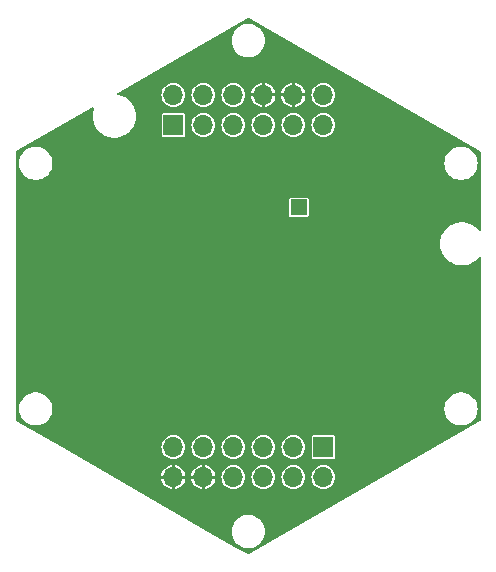
<source format=gbr>
%TF.GenerationSoftware,KiCad,Pcbnew,7.0.5*%
%TF.CreationDate,2024-01-26T22:43:11-05:00*%
%TF.ProjectId,SCD30_ADAPTER,53434433-305f-4414-9441-505445522e6b,rev?*%
%TF.SameCoordinates,Original*%
%TF.FileFunction,Copper,L2,Bot*%
%TF.FilePolarity,Positive*%
%FSLAX46Y46*%
G04 Gerber Fmt 4.6, Leading zero omitted, Abs format (unit mm)*
G04 Created by KiCad (PCBNEW 7.0.5) date 2024-01-26 22:43:11*
%MOMM*%
%LPD*%
G01*
G04 APERTURE LIST*
%TA.AperFunction,ComponentPad*%
%ADD10R,1.350000X1.350000*%
%TD*%
%TA.AperFunction,ComponentPad*%
%ADD11R,1.700000X1.700000*%
%TD*%
%TA.AperFunction,ComponentPad*%
%ADD12O,1.700000X1.700000*%
%TD*%
%TA.AperFunction,ViaPad*%
%ADD13C,0.660400*%
%TD*%
G04 APERTURE END LIST*
D10*
%TO.P,J4,1*%
%TO.N,Net-(J3-Pad4)*%
X154430000Y-93448621D03*
%TD*%
D11*
%TO.P,J1,1,Pin_1*%
%TO.N,/VBAT*%
X143810000Y-86465599D03*
D12*
%TO.P,J1,2,Pin_2*%
%TO.N,/D8*%
X143810000Y-83925599D03*
%TO.P,J1,3,Pin_3*%
%TO.N,/A5*%
X146350000Y-86465599D03*
%TO.P,J1,4,Pin_4*%
%TO.N,/A3*%
X146350000Y-83925599D03*
%TO.P,J1,5,Pin_5*%
%TO.N,/VBUS*%
X148890000Y-86465599D03*
%TO.P,J1,6,Pin_6*%
%TO.N,/A2*%
X148890000Y-83925599D03*
%TO.P,J1,7,Pin_7*%
%TO.N,/RXD*%
X151430000Y-86465599D03*
%TO.P,J1,8,Pin_8*%
%TO.N,GND*%
X151430000Y-83925599D03*
%TO.P,J1,9,Pin_9*%
%TO.N,/BURN_EN*%
X153970000Y-86465599D03*
%TO.P,J1,10,Pin_10*%
%TO.N,GND*%
X153970000Y-83925599D03*
%TO.P,J1,11,Pin_11*%
%TO.N,/SDA*%
X156510000Y-86465599D03*
%TO.P,J1,12,Pin_12*%
%TO.N,/SCL*%
X156510000Y-83925599D03*
%TD*%
D11*
%TO.P,J2,1,Pin_1*%
%TO.N,/D12*%
X156510000Y-113743621D03*
D12*
%TO.P,J2,2,Pin_2*%
%TO.N,/D10*%
X156510000Y-116283621D03*
%TO.P,J2,3,Pin_3*%
%TO.N,/MOSI*%
X153970000Y-113743621D03*
%TO.P,J2,4,Pin_4*%
%TO.N,/D1*%
X153970000Y-116283621D03*
%TO.P,J2,5,Pin_5*%
%TO.N,/SCK*%
X151430000Y-113743621D03*
%TO.P,J2,6,Pin_6*%
%TO.N,/D3*%
X151430000Y-116283621D03*
%TO.P,J2,7,Pin_7*%
%TO.N,/D2*%
X148890000Y-113743621D03*
%TO.P,J2,8,Pin_8*%
%TO.N,/A4*%
X148890000Y-116283621D03*
%TO.P,J2,9,Pin_9*%
%TO.N,/MISO*%
X146350000Y-113743621D03*
%TO.P,J2,10,Pin_10*%
%TO.N,GND*%
X146350000Y-116283621D03*
%TO.P,J2,11,Pin_11*%
%TO.N,/BAT_BR*%
X143810000Y-113743621D03*
%TO.P,J2,12,Pin_12*%
%TO.N,GND*%
X143810000Y-116283621D03*
%TD*%
D13*
%TO.N,GND*%
X153160000Y-105198621D03*
X155160000Y-105198621D03*
X158160000Y-99198621D03*
X165160000Y-89198621D03*
X165160000Y-97198621D03*
X165160000Y-95198621D03*
X165160000Y-93198621D03*
X165160000Y-91198621D03*
X159160000Y-85198621D03*
X161160000Y-85198621D03*
X161160000Y-87198621D03*
X163160000Y-87198621D03*
X163160000Y-89198621D03*
X163160000Y-91198621D03*
X163160000Y-93198621D03*
X161160000Y-91198621D03*
X161160000Y-89198621D03*
X158160000Y-89198621D03*
X158160000Y-91198621D03*
X158160000Y-93198621D03*
X161160000Y-93198621D03*
X161160000Y-95198621D03*
X163160000Y-95198621D03*
X163160000Y-97198621D03*
X161160000Y-97198621D03*
X161160000Y-103198621D03*
X161160000Y-101198621D03*
X161160000Y-99198621D03*
X163160000Y-99198621D03*
X163160000Y-101198621D03*
X163160000Y-103198621D03*
X163160000Y-113198621D03*
X163160000Y-111198621D03*
X163160000Y-109198621D03*
X163160000Y-107198621D03*
X163160000Y-105198621D03*
X161160000Y-105198621D03*
X161160000Y-107198621D03*
X161160000Y-109198621D03*
X161160000Y-111198621D03*
X161160000Y-113198621D03*
X161160000Y-115198621D03*
X159160000Y-115198621D03*
X159160000Y-113198621D03*
X159160000Y-111198621D03*
X159160000Y-109198621D03*
X159160000Y-107198621D03*
X157160000Y-107198621D03*
X157160000Y-109198621D03*
X157160000Y-111198621D03*
X155160000Y-111198621D03*
X155160000Y-109198621D03*
X155160000Y-107198621D03*
X153160000Y-107198621D03*
X153160000Y-109198621D03*
X153160000Y-111198621D03*
X151160000Y-111198621D03*
X151160000Y-109198621D03*
X151160000Y-107198621D03*
X149160000Y-99198621D03*
X151160000Y-99198621D03*
X151160000Y-105198621D03*
X151160000Y-103198621D03*
X151160000Y-101198621D03*
X149160000Y-101198621D03*
X149160000Y-103198621D03*
X149160000Y-105198621D03*
X149160000Y-107198621D03*
X149160000Y-109198621D03*
X149160000Y-111198621D03*
X146160000Y-111198621D03*
X146160000Y-109198621D03*
X146160000Y-107198621D03*
X146160000Y-105198621D03*
X146160000Y-103198621D03*
X144160000Y-103198621D03*
X144160000Y-105198621D03*
X144160000Y-107198621D03*
X144160000Y-109198621D03*
X144160000Y-111198621D03*
X140160000Y-115198621D03*
X140160000Y-113198621D03*
X138160000Y-113198621D03*
X136160000Y-113198621D03*
X136160000Y-111198621D03*
X138160000Y-111198621D03*
X140160000Y-111198621D03*
X142160000Y-111198621D03*
X142160000Y-109198621D03*
X140160000Y-109198621D03*
X138160000Y-109198621D03*
X136160000Y-109198621D03*
X136160000Y-105198621D03*
X136160000Y-107198621D03*
X138160000Y-107198621D03*
X138160000Y-105198621D03*
X140160000Y-105198621D03*
X140160000Y-107198621D03*
X142160000Y-107198621D03*
X142160000Y-105198621D03*
X142160000Y-103198621D03*
X142160000Y-101198621D03*
X142160000Y-99198621D03*
X140160000Y-99198621D03*
X140160000Y-101198621D03*
X140160000Y-103198621D03*
X138160000Y-103198621D03*
X138160000Y-101198621D03*
X138160000Y-99198621D03*
X136160000Y-99198621D03*
X136160000Y-101198621D03*
X136160000Y-103198621D03*
X134160000Y-103198621D03*
X134160000Y-105198621D03*
X134160000Y-107198621D03*
X132160000Y-107198621D03*
X132160000Y-105198621D03*
X132160000Y-103198621D03*
X132160000Y-101198621D03*
X134160000Y-101198621D03*
X134160000Y-99198621D03*
X132160000Y-99198621D03*
X132160000Y-93198621D03*
X134160000Y-93198621D03*
X134160000Y-97198621D03*
X132160000Y-97198621D03*
X132160000Y-95198621D03*
X134160000Y-95198621D03*
X136160000Y-95198621D03*
X136160000Y-97198621D03*
X138160000Y-97198621D03*
X138160000Y-95198621D03*
X140160000Y-95198621D03*
X140160000Y-97198621D03*
X142160000Y-97198621D03*
X142160000Y-95198621D03*
X142160000Y-93198621D03*
X140160000Y-93198621D03*
X138160000Y-93198621D03*
X136160000Y-93198621D03*
X136160000Y-89198621D03*
X136160000Y-91198621D03*
X138160000Y-91198621D03*
X138160000Y-89198621D03*
X140160000Y-89198621D03*
X140160000Y-91198621D03*
X142160000Y-91198621D03*
X142160000Y-89198621D03*
X145160000Y-91198621D03*
X145160000Y-93198621D03*
X147160000Y-95198621D03*
X147160000Y-93198621D03*
X147160000Y-91198621D03*
X149160000Y-91198621D03*
X149160000Y-93198621D03*
X149160000Y-95198621D03*
X151160000Y-95198621D03*
X151160000Y-93198621D03*
X151160000Y-91198621D03*
X153160000Y-91198621D03*
X155160000Y-91198621D03*
X155160000Y-89198621D03*
X153160000Y-89198621D03*
X151160000Y-89198621D03*
X149160000Y-89198621D03*
X147160000Y-89198621D03*
X145160000Y-89198621D03*
X152160000Y-118198621D03*
X150160000Y-82198621D03*
X166160000Y-101198621D03*
X166160000Y-105198621D03*
X154160000Y-80198621D03*
X146160000Y-82198621D03*
X146160000Y-80198621D03*
X146160000Y-118198621D03*
X156160000Y-82198621D03*
X166160000Y-103198621D03*
X168160000Y-99198621D03*
X154160000Y-82198621D03*
X166160000Y-99198621D03*
X154160000Y-119698621D03*
X154160000Y-118198621D03*
X148160000Y-82198621D03*
X166160000Y-107198621D03*
X168160000Y-105198621D03*
X144160000Y-82198621D03*
X148160000Y-118198621D03*
X156160000Y-118198621D03*
X146160000Y-119698621D03*
X168160000Y-107198621D03*
X152160000Y-82198621D03*
X150160000Y-118198621D03*
X168160000Y-103198621D03*
X144160000Y-118198621D03*
X168160000Y-101198621D03*
%TD*%
%TA.AperFunction,Conductor*%
%TO.N,GND*%
G36*
X150203946Y-77388502D02*
G01*
X169810750Y-88708494D01*
X169849399Y-88754554D01*
X169854700Y-88784618D01*
X169854700Y-95369390D01*
X169834135Y-95425891D01*
X169782064Y-95455955D01*
X169722850Y-95445514D01*
X169698077Y-95424195D01*
X169581609Y-95278149D01*
X169380989Y-95092001D01*
X169380985Y-95091998D01*
X169380981Y-95091995D01*
X169154863Y-94937830D01*
X169154864Y-94937830D01*
X168908293Y-94819089D01*
X168908290Y-94819088D01*
X168646771Y-94738420D01*
X168646767Y-94738419D01*
X168646766Y-94738419D01*
X168376151Y-94697630D01*
X168376149Y-94697630D01*
X168102471Y-94697630D01*
X168102468Y-94697630D01*
X167831853Y-94738419D01*
X167831850Y-94738419D01*
X167831849Y-94738420D01*
X167701089Y-94778753D01*
X167570326Y-94819089D01*
X167323757Y-94937830D01*
X167097637Y-95091995D01*
X167097628Y-95092003D01*
X166897013Y-95278146D01*
X166726377Y-95492116D01*
X166589536Y-95729131D01*
X166589535Y-95729132D01*
X166489551Y-95983890D01*
X166489549Y-95983895D01*
X166428652Y-96250702D01*
X166428650Y-96250710D01*
X166408199Y-96523618D01*
X166408199Y-96523623D01*
X166428650Y-96796531D01*
X166428651Y-96796534D01*
X166489550Y-97063350D01*
X166516225Y-97131317D01*
X166589535Y-97318109D01*
X166589536Y-97318110D01*
X166726375Y-97555123D01*
X166873023Y-97739012D01*
X166897013Y-97769095D01*
X167097628Y-97955238D01*
X167097637Y-97955246D01*
X167259167Y-98065374D01*
X167323755Y-98109410D01*
X167323757Y-98109411D01*
X167323756Y-98109411D01*
X167539634Y-98213371D01*
X167570330Y-98228154D01*
X167831849Y-98308822D01*
X168102471Y-98349612D01*
X168102476Y-98349612D01*
X168376144Y-98349612D01*
X168376149Y-98349612D01*
X168646771Y-98308822D01*
X168908290Y-98228154D01*
X169154866Y-98109410D01*
X169380989Y-97955241D01*
X169581609Y-97769093D01*
X169698078Y-97623044D01*
X169749383Y-97591694D01*
X169808839Y-97600655D01*
X169848624Y-97645738D01*
X169854700Y-97677851D01*
X169854700Y-111424599D01*
X169834135Y-111481100D01*
X169810750Y-111500723D01*
X150203949Y-122820715D01*
X150144735Y-122831156D01*
X150116049Y-122820715D01*
X149138254Y-122256185D01*
X146770601Y-120889220D01*
X148749884Y-120889220D01*
X148769115Y-121121316D01*
X148769116Y-121121322D01*
X148826286Y-121347080D01*
X148826289Y-121347088D01*
X148897987Y-121510541D01*
X148919840Y-121560361D01*
X148919844Y-121560367D01*
X149047215Y-121755325D01*
X149047216Y-121755327D01*
X149047220Y-121755331D01*
X149204954Y-121926676D01*
X149388740Y-122069722D01*
X149593563Y-122180567D01*
X149813837Y-122256187D01*
X149813839Y-122256187D01*
X149813841Y-122256188D01*
X150043550Y-122294520D01*
X150043554Y-122294520D01*
X150276450Y-122294520D01*
X150506158Y-122256188D01*
X150506158Y-122256187D01*
X150506163Y-122256187D01*
X150726437Y-122180567D01*
X150931260Y-122069722D01*
X151115046Y-121926676D01*
X151272780Y-121755331D01*
X151400160Y-121560361D01*
X151493712Y-121347084D01*
X151550884Y-121121317D01*
X151570116Y-120889220D01*
X151550884Y-120657123D01*
X151550883Y-120657117D01*
X151493713Y-120431359D01*
X151493710Y-120431351D01*
X151400164Y-120218089D01*
X151400160Y-120218079D01*
X151319435Y-120094520D01*
X151272784Y-120023114D01*
X151272783Y-120023112D01*
X151115050Y-119851768D01*
X151115048Y-119851767D01*
X151115046Y-119851764D01*
X150931260Y-119708718D01*
X150726437Y-119597873D01*
X150726433Y-119597871D01*
X150726430Y-119597870D01*
X150506167Y-119522254D01*
X150506158Y-119522251D01*
X150276450Y-119483920D01*
X150276446Y-119483920D01*
X150043554Y-119483920D01*
X150043550Y-119483920D01*
X149813841Y-119522251D01*
X149813832Y-119522254D01*
X149593569Y-119597870D01*
X149388740Y-119708718D01*
X149204949Y-119851768D01*
X149047216Y-120023112D01*
X149047215Y-120023114D01*
X148919844Y-120218072D01*
X148919835Y-120218089D01*
X148826289Y-120431351D01*
X148826286Y-120431359D01*
X148769116Y-120657117D01*
X148769115Y-120657123D01*
X148749884Y-120889220D01*
X146770601Y-120889220D01*
X139013441Y-116410621D01*
X142789735Y-116410621D01*
X142797072Y-116485109D01*
X142855842Y-116678846D01*
X142855844Y-116678849D01*
X142951281Y-116857399D01*
X143079717Y-117013899D01*
X143079721Y-117013903D01*
X143236221Y-117142339D01*
X143414771Y-117237776D01*
X143414774Y-117237778D01*
X143608515Y-117296550D01*
X143683000Y-117303884D01*
X143683000Y-116770502D01*
X143774237Y-116783621D01*
X143845763Y-116783621D01*
X143937000Y-116770502D01*
X143937000Y-117303884D01*
X144011484Y-117296550D01*
X144205225Y-117237778D01*
X144205228Y-117237776D01*
X144383778Y-117142339D01*
X144540278Y-117013903D01*
X144540282Y-117013899D01*
X144668718Y-116857399D01*
X144764155Y-116678849D01*
X144764157Y-116678846D01*
X144822927Y-116485109D01*
X144830265Y-116410621D01*
X145329735Y-116410621D01*
X145337072Y-116485109D01*
X145395842Y-116678846D01*
X145395844Y-116678849D01*
X145491281Y-116857399D01*
X145619717Y-117013899D01*
X145619721Y-117013903D01*
X145776221Y-117142339D01*
X145954771Y-117237776D01*
X145954774Y-117237778D01*
X146148515Y-117296550D01*
X146223000Y-117303884D01*
X146223000Y-116770502D01*
X146314237Y-116783621D01*
X146385763Y-116783621D01*
X146477000Y-116770502D01*
X146477000Y-117303884D01*
X146551484Y-117296550D01*
X146745225Y-117237778D01*
X146745228Y-117237776D01*
X146923778Y-117142339D01*
X147080278Y-117013903D01*
X147080282Y-117013899D01*
X147208718Y-116857399D01*
X147304155Y-116678849D01*
X147304157Y-116678846D01*
X147362927Y-116485109D01*
X147370265Y-116410621D01*
X146833818Y-116410621D01*
X146850000Y-116355510D01*
X146850000Y-116283621D01*
X147882247Y-116283621D01*
X147901612Y-116480230D01*
X147958957Y-116669269D01*
X147958958Y-116669271D01*
X148052084Y-116843499D01*
X148177411Y-116996210D01*
X148330122Y-117121537D01*
X148504350Y-117214663D01*
X148693397Y-117272010D01*
X148890000Y-117291374D01*
X149086603Y-117272010D01*
X149275650Y-117214663D01*
X149449878Y-117121537D01*
X149602589Y-116996210D01*
X149727916Y-116843499D01*
X149821042Y-116669271D01*
X149878389Y-116480224D01*
X149897753Y-116283621D01*
X150422247Y-116283621D01*
X150441612Y-116480230D01*
X150498957Y-116669269D01*
X150498958Y-116669271D01*
X150592084Y-116843499D01*
X150717411Y-116996210D01*
X150870122Y-117121537D01*
X151044350Y-117214663D01*
X151233397Y-117272010D01*
X151430000Y-117291374D01*
X151626603Y-117272010D01*
X151815650Y-117214663D01*
X151989878Y-117121537D01*
X152142589Y-116996210D01*
X152267916Y-116843499D01*
X152361042Y-116669271D01*
X152418389Y-116480224D01*
X152437753Y-116283621D01*
X152962247Y-116283621D01*
X152981612Y-116480230D01*
X153038957Y-116669269D01*
X153038958Y-116669271D01*
X153132084Y-116843499D01*
X153257411Y-116996210D01*
X153410122Y-117121537D01*
X153584350Y-117214663D01*
X153773397Y-117272010D01*
X153970000Y-117291374D01*
X154166603Y-117272010D01*
X154355650Y-117214663D01*
X154529878Y-117121537D01*
X154682589Y-116996210D01*
X154807916Y-116843499D01*
X154901042Y-116669271D01*
X154958389Y-116480224D01*
X154977753Y-116283621D01*
X155502247Y-116283621D01*
X155521612Y-116480230D01*
X155578957Y-116669269D01*
X155578958Y-116669271D01*
X155672084Y-116843499D01*
X155797411Y-116996210D01*
X155950122Y-117121537D01*
X156124350Y-117214663D01*
X156313397Y-117272010D01*
X156510000Y-117291374D01*
X156706603Y-117272010D01*
X156895650Y-117214663D01*
X157069878Y-117121537D01*
X157222589Y-116996210D01*
X157347916Y-116843499D01*
X157441042Y-116669271D01*
X157498389Y-116480224D01*
X157517753Y-116283621D01*
X157498389Y-116087018D01*
X157441042Y-115897971D01*
X157347916Y-115723743D01*
X157222589Y-115571032D01*
X157069878Y-115445705D01*
X156895650Y-115352579D01*
X156895649Y-115352578D01*
X156895648Y-115352578D01*
X156706609Y-115295233D01*
X156706604Y-115295232D01*
X156706603Y-115295232D01*
X156510000Y-115275868D01*
X156509999Y-115275868D01*
X156462657Y-115280530D01*
X156313397Y-115295232D01*
X156313395Y-115295232D01*
X156313390Y-115295233D01*
X156124351Y-115352578D01*
X155950121Y-115445705D01*
X155797413Y-115571030D01*
X155797409Y-115571034D01*
X155672084Y-115723742D01*
X155578957Y-115897972D01*
X155521612Y-116087011D01*
X155502247Y-116283621D01*
X154977753Y-116283621D01*
X154958389Y-116087018D01*
X154901042Y-115897971D01*
X154807916Y-115723743D01*
X154682589Y-115571032D01*
X154529878Y-115445705D01*
X154355650Y-115352579D01*
X154355649Y-115352578D01*
X154355648Y-115352578D01*
X154166609Y-115295233D01*
X154166604Y-115295232D01*
X154166603Y-115295232D01*
X153970000Y-115275868D01*
X153773397Y-115295232D01*
X153773395Y-115295232D01*
X153773390Y-115295233D01*
X153584351Y-115352578D01*
X153410121Y-115445705D01*
X153257413Y-115571030D01*
X153257409Y-115571034D01*
X153132084Y-115723742D01*
X153038957Y-115897972D01*
X152981612Y-116087011D01*
X152962247Y-116283621D01*
X152437753Y-116283621D01*
X152418389Y-116087018D01*
X152361042Y-115897971D01*
X152267916Y-115723743D01*
X152142589Y-115571032D01*
X151989878Y-115445705D01*
X151815650Y-115352579D01*
X151815649Y-115352578D01*
X151815648Y-115352578D01*
X151626609Y-115295233D01*
X151626604Y-115295232D01*
X151626603Y-115295232D01*
X151430000Y-115275868D01*
X151429999Y-115275868D01*
X151382657Y-115280530D01*
X151233397Y-115295232D01*
X151233395Y-115295232D01*
X151233390Y-115295233D01*
X151044351Y-115352578D01*
X150870121Y-115445705D01*
X150717413Y-115571030D01*
X150717409Y-115571034D01*
X150592084Y-115723742D01*
X150498957Y-115897972D01*
X150441612Y-116087011D01*
X150422247Y-116283621D01*
X149897753Y-116283621D01*
X149878389Y-116087018D01*
X149821042Y-115897971D01*
X149727916Y-115723743D01*
X149602589Y-115571032D01*
X149449878Y-115445705D01*
X149275650Y-115352579D01*
X149275649Y-115352578D01*
X149275648Y-115352578D01*
X149086609Y-115295233D01*
X149086604Y-115295232D01*
X149086603Y-115295232D01*
X148890000Y-115275868D01*
X148889999Y-115275868D01*
X148842657Y-115280530D01*
X148693397Y-115295232D01*
X148693395Y-115295232D01*
X148693390Y-115295233D01*
X148504351Y-115352578D01*
X148330121Y-115445705D01*
X148177413Y-115571030D01*
X148177409Y-115571034D01*
X148052084Y-115723742D01*
X147958957Y-115897972D01*
X147901612Y-116087011D01*
X147882247Y-116283621D01*
X146850000Y-116283621D01*
X146850000Y-116211732D01*
X146833818Y-116156621D01*
X147370264Y-116156621D01*
X147362927Y-116082132D01*
X147304157Y-115888395D01*
X147304155Y-115888392D01*
X147208718Y-115709842D01*
X147080282Y-115553342D01*
X147080278Y-115553338D01*
X146923778Y-115424902D01*
X146745228Y-115329465D01*
X146745225Y-115329463D01*
X146551488Y-115270693D01*
X146477000Y-115263356D01*
X146477000Y-115796739D01*
X146385763Y-115783621D01*
X146314237Y-115783621D01*
X146223000Y-115796739D01*
X146223000Y-115263356D01*
X146148511Y-115270693D01*
X145954774Y-115329463D01*
X145954771Y-115329465D01*
X145776221Y-115424902D01*
X145619721Y-115553338D01*
X145619717Y-115553342D01*
X145491281Y-115709842D01*
X145395844Y-115888392D01*
X145395842Y-115888395D01*
X145337072Y-116082132D01*
X145329735Y-116156621D01*
X145866182Y-116156621D01*
X145850000Y-116211732D01*
X145850000Y-116355510D01*
X145866182Y-116410621D01*
X145329735Y-116410621D01*
X144830265Y-116410621D01*
X144293818Y-116410621D01*
X144310000Y-116355510D01*
X144310000Y-116211732D01*
X144293818Y-116156621D01*
X144830264Y-116156621D01*
X144822927Y-116082132D01*
X144764157Y-115888395D01*
X144764155Y-115888392D01*
X144668718Y-115709842D01*
X144540282Y-115553342D01*
X144540278Y-115553338D01*
X144383778Y-115424902D01*
X144205228Y-115329465D01*
X144205225Y-115329463D01*
X144011488Y-115270693D01*
X143937000Y-115263356D01*
X143937000Y-115796739D01*
X143845763Y-115783621D01*
X143774237Y-115783621D01*
X143683000Y-115796739D01*
X143683000Y-115263356D01*
X143608511Y-115270693D01*
X143414774Y-115329463D01*
X143414771Y-115329465D01*
X143236221Y-115424902D01*
X143079721Y-115553338D01*
X143079717Y-115553342D01*
X142951281Y-115709842D01*
X142855844Y-115888392D01*
X142855842Y-115888395D01*
X142797072Y-116082132D01*
X142789735Y-116156621D01*
X143326182Y-116156621D01*
X143310000Y-116211732D01*
X143310000Y-116355510D01*
X143326182Y-116410621D01*
X142789735Y-116410621D01*
X139013441Y-116410621D01*
X134394061Y-113743621D01*
X142802247Y-113743621D01*
X142821612Y-113940230D01*
X142878957Y-114129269D01*
X142878958Y-114129271D01*
X142972084Y-114303499D01*
X143097411Y-114456210D01*
X143250122Y-114581537D01*
X143424350Y-114674663D01*
X143613397Y-114732010D01*
X143810000Y-114751374D01*
X144006603Y-114732010D01*
X144195650Y-114674663D01*
X144369878Y-114581537D01*
X144522589Y-114456210D01*
X144647916Y-114303499D01*
X144741042Y-114129271D01*
X144798389Y-113940224D01*
X144817753Y-113743621D01*
X145342247Y-113743621D01*
X145361612Y-113940230D01*
X145418957Y-114129269D01*
X145418958Y-114129271D01*
X145512084Y-114303499D01*
X145637411Y-114456210D01*
X145790122Y-114581537D01*
X145964350Y-114674663D01*
X146153397Y-114732010D01*
X146350000Y-114751374D01*
X146546603Y-114732010D01*
X146735650Y-114674663D01*
X146909878Y-114581537D01*
X147062589Y-114456210D01*
X147187916Y-114303499D01*
X147281042Y-114129271D01*
X147338389Y-113940224D01*
X147357753Y-113743621D01*
X147357753Y-113743620D01*
X147882247Y-113743620D01*
X147901612Y-113940230D01*
X147958957Y-114129269D01*
X147958958Y-114129271D01*
X148052084Y-114303499D01*
X148177411Y-114456210D01*
X148330122Y-114581537D01*
X148504350Y-114674663D01*
X148693397Y-114732010D01*
X148890000Y-114751374D01*
X149086603Y-114732010D01*
X149275650Y-114674663D01*
X149449878Y-114581537D01*
X149602589Y-114456210D01*
X149727916Y-114303499D01*
X149821042Y-114129271D01*
X149878389Y-113940224D01*
X149897753Y-113743621D01*
X149897753Y-113743620D01*
X150422247Y-113743620D01*
X150441612Y-113940230D01*
X150498957Y-114129269D01*
X150498958Y-114129271D01*
X150592084Y-114303499D01*
X150717411Y-114456210D01*
X150870122Y-114581537D01*
X151044350Y-114674663D01*
X151233397Y-114732010D01*
X151430000Y-114751374D01*
X151626603Y-114732010D01*
X151815650Y-114674663D01*
X151989878Y-114581537D01*
X152142589Y-114456210D01*
X152267916Y-114303499D01*
X152361042Y-114129271D01*
X152418389Y-113940224D01*
X152437753Y-113743621D01*
X152437753Y-113743620D01*
X152962247Y-113743620D01*
X152981612Y-113940230D01*
X153038957Y-114129269D01*
X153038958Y-114129271D01*
X153132084Y-114303499D01*
X153257411Y-114456210D01*
X153410122Y-114581537D01*
X153584350Y-114674663D01*
X153773397Y-114732010D01*
X153970000Y-114751374D01*
X154166603Y-114732010D01*
X154355650Y-114674663D01*
X154479098Y-114608679D01*
X155507100Y-114608679D01*
X155515972Y-114653279D01*
X155549766Y-114703855D01*
X155566701Y-114715171D01*
X155600341Y-114737649D01*
X155607741Y-114739120D01*
X155644943Y-114746521D01*
X157375056Y-114746520D01*
X157375058Y-114746520D01*
X157387750Y-114743995D01*
X157419658Y-114737649D01*
X157470234Y-114703855D01*
X157504028Y-114653279D01*
X157512900Y-114608678D01*
X157512899Y-112878565D01*
X157512899Y-112878564D01*
X157512899Y-112878562D01*
X157509111Y-112859523D01*
X157504028Y-112833963D01*
X157470234Y-112783387D01*
X157470002Y-112783232D01*
X157419658Y-112749592D01*
X157382456Y-112742192D01*
X157375057Y-112740721D01*
X157375056Y-112740721D01*
X155644941Y-112740721D01*
X155600341Y-112749593D01*
X155549767Y-112783386D01*
X155549764Y-112783389D01*
X155515971Y-112833962D01*
X155507100Y-112878564D01*
X155507100Y-114608679D01*
X154479098Y-114608679D01*
X154529878Y-114581537D01*
X154682589Y-114456210D01*
X154807916Y-114303499D01*
X154901042Y-114129271D01*
X154958389Y-113940224D01*
X154977753Y-113743621D01*
X154958389Y-113547018D01*
X154901042Y-113357971D01*
X154807916Y-113183743D01*
X154682589Y-113031032D01*
X154529878Y-112905705D01*
X154355650Y-112812579D01*
X154355649Y-112812578D01*
X154355648Y-112812578D01*
X154166609Y-112755233D01*
X154166604Y-112755232D01*
X154166603Y-112755232D01*
X153970000Y-112735868D01*
X153773397Y-112755232D01*
X153773395Y-112755232D01*
X153773390Y-112755233D01*
X153584351Y-112812578D01*
X153410121Y-112905705D01*
X153257413Y-113031030D01*
X153257409Y-113031034D01*
X153132084Y-113183742D01*
X153038957Y-113357972D01*
X152981612Y-113547011D01*
X152962247Y-113743620D01*
X152437753Y-113743620D01*
X152418389Y-113547018D01*
X152361042Y-113357971D01*
X152267916Y-113183743D01*
X152142589Y-113031032D01*
X151989878Y-112905705D01*
X151815650Y-112812579D01*
X151815649Y-112812578D01*
X151815648Y-112812578D01*
X151626609Y-112755233D01*
X151626604Y-112755232D01*
X151626603Y-112755232D01*
X151430000Y-112735868D01*
X151429999Y-112735868D01*
X151382657Y-112740530D01*
X151233397Y-112755232D01*
X151233395Y-112755232D01*
X151233390Y-112755233D01*
X151044351Y-112812578D01*
X150870121Y-112905705D01*
X150717413Y-113031030D01*
X150717409Y-113031034D01*
X150592084Y-113183742D01*
X150498957Y-113357972D01*
X150441612Y-113547011D01*
X150422247Y-113743620D01*
X149897753Y-113743620D01*
X149878389Y-113547018D01*
X149821042Y-113357971D01*
X149727916Y-113183743D01*
X149602589Y-113031032D01*
X149449878Y-112905705D01*
X149275650Y-112812579D01*
X149275649Y-112812578D01*
X149275648Y-112812578D01*
X149086609Y-112755233D01*
X149086604Y-112755232D01*
X149086603Y-112755232D01*
X148890000Y-112735868D01*
X148693397Y-112755232D01*
X148693395Y-112755232D01*
X148693390Y-112755233D01*
X148504351Y-112812578D01*
X148330121Y-112905705D01*
X148177413Y-113031030D01*
X148177409Y-113031034D01*
X148052084Y-113183742D01*
X147958957Y-113357972D01*
X147901612Y-113547011D01*
X147882247Y-113743620D01*
X147357753Y-113743620D01*
X147338389Y-113547018D01*
X147281042Y-113357971D01*
X147187916Y-113183743D01*
X147062589Y-113031032D01*
X146909878Y-112905705D01*
X146735650Y-112812579D01*
X146735649Y-112812578D01*
X146735648Y-112812578D01*
X146546609Y-112755233D01*
X146546604Y-112755232D01*
X146546603Y-112755232D01*
X146350000Y-112735868D01*
X146153397Y-112755232D01*
X146153395Y-112755232D01*
X146153390Y-112755233D01*
X145964351Y-112812578D01*
X145790121Y-112905705D01*
X145637413Y-113031030D01*
X145637409Y-113031034D01*
X145512084Y-113183742D01*
X145418957Y-113357972D01*
X145361612Y-113547011D01*
X145342247Y-113743621D01*
X144817753Y-113743621D01*
X144798389Y-113547018D01*
X144741042Y-113357971D01*
X144647916Y-113183743D01*
X144522589Y-113031032D01*
X144369878Y-112905705D01*
X144195650Y-112812579D01*
X144195649Y-112812578D01*
X144195648Y-112812578D01*
X144006609Y-112755233D01*
X144006604Y-112755232D01*
X144006603Y-112755232D01*
X143810000Y-112735868D01*
X143613397Y-112755232D01*
X143613395Y-112755232D01*
X143613390Y-112755233D01*
X143424351Y-112812578D01*
X143250121Y-112905705D01*
X143097413Y-113031030D01*
X143097409Y-113031034D01*
X142972084Y-113183742D01*
X142878957Y-113357972D01*
X142821612Y-113547011D01*
X142802247Y-113743621D01*
X134394061Y-113743621D01*
X130509248Y-111500723D01*
X130470600Y-111454664D01*
X130465300Y-111424605D01*
X130465300Y-110496915D01*
X130749884Y-110496915D01*
X130769115Y-110729011D01*
X130769116Y-110729017D01*
X130826286Y-110954775D01*
X130826289Y-110954783D01*
X130897987Y-111118236D01*
X130919840Y-111168056D01*
X130919844Y-111168062D01*
X131047215Y-111363020D01*
X131047216Y-111363022D01*
X131173979Y-111500724D01*
X131204954Y-111534371D01*
X131388740Y-111677417D01*
X131593563Y-111788262D01*
X131813837Y-111863882D01*
X131813839Y-111863882D01*
X131813841Y-111863883D01*
X132043550Y-111902215D01*
X132043554Y-111902215D01*
X132276450Y-111902215D01*
X132506158Y-111863883D01*
X132506158Y-111863882D01*
X132506163Y-111863882D01*
X132726437Y-111788262D01*
X132931260Y-111677417D01*
X133115046Y-111534371D01*
X133272780Y-111363026D01*
X133400160Y-111168056D01*
X133493712Y-110954779D01*
X133550884Y-110729012D01*
X133570116Y-110496915D01*
X133570116Y-110496914D01*
X166749884Y-110496914D01*
X166769115Y-110729011D01*
X166769116Y-110729017D01*
X166826286Y-110954775D01*
X166826289Y-110954783D01*
X166897987Y-111118236D01*
X166919840Y-111168056D01*
X166919844Y-111168062D01*
X167047215Y-111363020D01*
X167047216Y-111363022D01*
X167173979Y-111500724D01*
X167204954Y-111534371D01*
X167388740Y-111677417D01*
X167593563Y-111788262D01*
X167813837Y-111863882D01*
X167813839Y-111863882D01*
X167813841Y-111863883D01*
X168043550Y-111902215D01*
X168043554Y-111902215D01*
X168276450Y-111902215D01*
X168506158Y-111863883D01*
X168506158Y-111863882D01*
X168506163Y-111863882D01*
X168726437Y-111788262D01*
X168931260Y-111677417D01*
X169115046Y-111534371D01*
X169272780Y-111363026D01*
X169400160Y-111168056D01*
X169493712Y-110954779D01*
X169550884Y-110729012D01*
X169570116Y-110496915D01*
X169550884Y-110264818D01*
X169550883Y-110264812D01*
X169493713Y-110039054D01*
X169493710Y-110039046D01*
X169400164Y-109825784D01*
X169400160Y-109825774D01*
X169319435Y-109702215D01*
X169272784Y-109630809D01*
X169272783Y-109630807D01*
X169115050Y-109459463D01*
X169115048Y-109459462D01*
X169115046Y-109459459D01*
X168931260Y-109316413D01*
X168726437Y-109205568D01*
X168726433Y-109205566D01*
X168726430Y-109205565D01*
X168506167Y-109129949D01*
X168506158Y-109129946D01*
X168276450Y-109091615D01*
X168276446Y-109091615D01*
X168043554Y-109091615D01*
X168043550Y-109091615D01*
X167813841Y-109129946D01*
X167813832Y-109129949D01*
X167593569Y-109205565D01*
X167388740Y-109316413D01*
X167204949Y-109459463D01*
X167047216Y-109630807D01*
X167047215Y-109630809D01*
X166919844Y-109825767D01*
X166919835Y-109825784D01*
X166826289Y-110039046D01*
X166826286Y-110039054D01*
X166769116Y-110264812D01*
X166769115Y-110264818D01*
X166749884Y-110496914D01*
X133570116Y-110496914D01*
X133550884Y-110264818D01*
X133550883Y-110264812D01*
X133493713Y-110039054D01*
X133493710Y-110039046D01*
X133400164Y-109825784D01*
X133400160Y-109825774D01*
X133319435Y-109702215D01*
X133272784Y-109630809D01*
X133272783Y-109630807D01*
X133115050Y-109459463D01*
X133115048Y-109459462D01*
X133115046Y-109459459D01*
X132931260Y-109316413D01*
X132726437Y-109205568D01*
X132726433Y-109205566D01*
X132726430Y-109205565D01*
X132506167Y-109129949D01*
X132506158Y-109129946D01*
X132276450Y-109091615D01*
X132276446Y-109091615D01*
X132043554Y-109091615D01*
X132043550Y-109091615D01*
X131813841Y-109129946D01*
X131813832Y-109129949D01*
X131593569Y-109205565D01*
X131388740Y-109316413D01*
X131204949Y-109459463D01*
X131047216Y-109630807D01*
X131047215Y-109630809D01*
X130919844Y-109825767D01*
X130919835Y-109825784D01*
X130826289Y-110039046D01*
X130826286Y-110039054D01*
X130769116Y-110264812D01*
X130769115Y-110264818D01*
X130749884Y-110496915D01*
X130465300Y-110496915D01*
X130465300Y-94138679D01*
X153602100Y-94138679D01*
X153610972Y-94183279D01*
X153644766Y-94233855D01*
X153661701Y-94245171D01*
X153695341Y-94267649D01*
X153702741Y-94269120D01*
X153739943Y-94276521D01*
X155120056Y-94276520D01*
X155120058Y-94276520D01*
X155132750Y-94273995D01*
X155164658Y-94267649D01*
X155215234Y-94233855D01*
X155249028Y-94183279D01*
X155257900Y-94138678D01*
X155257899Y-92758565D01*
X155257899Y-92758564D01*
X155257899Y-92758562D01*
X155254111Y-92739523D01*
X155249028Y-92713963D01*
X155215234Y-92663387D01*
X155215002Y-92663232D01*
X155164658Y-92629592D01*
X155127456Y-92622192D01*
X155120057Y-92620721D01*
X155120056Y-92620721D01*
X153739941Y-92620721D01*
X153695341Y-92629593D01*
X153644767Y-92663386D01*
X153644764Y-92663389D01*
X153610971Y-92713962D01*
X153602100Y-92758564D01*
X153602100Y-94138679D01*
X130465300Y-94138679D01*
X130465300Y-89712304D01*
X130749884Y-89712304D01*
X130769115Y-89944401D01*
X130769116Y-89944407D01*
X130826286Y-90170165D01*
X130826289Y-90170173D01*
X130897987Y-90333626D01*
X130919840Y-90383446D01*
X130919844Y-90383452D01*
X131047215Y-90578410D01*
X131047216Y-90578412D01*
X131047220Y-90578416D01*
X131204954Y-90749761D01*
X131388740Y-90892807D01*
X131593563Y-91003652D01*
X131813837Y-91079272D01*
X131813839Y-91079272D01*
X131813841Y-91079273D01*
X132043550Y-91117605D01*
X132043554Y-91117605D01*
X132276450Y-91117605D01*
X132506158Y-91079273D01*
X132506158Y-91079272D01*
X132506163Y-91079272D01*
X132726437Y-91003652D01*
X132931260Y-90892807D01*
X133115046Y-90749761D01*
X133272780Y-90578416D01*
X133400160Y-90383446D01*
X133493712Y-90170169D01*
X133550884Y-89944402D01*
X133570116Y-89712305D01*
X166749884Y-89712305D01*
X166769115Y-89944401D01*
X166769116Y-89944407D01*
X166826286Y-90170165D01*
X166826289Y-90170173D01*
X166897987Y-90333626D01*
X166919840Y-90383446D01*
X166919844Y-90383452D01*
X167047215Y-90578410D01*
X167047216Y-90578412D01*
X167047220Y-90578416D01*
X167204954Y-90749761D01*
X167388740Y-90892807D01*
X167593563Y-91003652D01*
X167813837Y-91079272D01*
X167813839Y-91079272D01*
X167813841Y-91079273D01*
X168043550Y-91117605D01*
X168043554Y-91117605D01*
X168276450Y-91117605D01*
X168506158Y-91079273D01*
X168506158Y-91079272D01*
X168506163Y-91079272D01*
X168726437Y-91003652D01*
X168931260Y-90892807D01*
X169115046Y-90749761D01*
X169272780Y-90578416D01*
X169400160Y-90383446D01*
X169493712Y-90170169D01*
X169550884Y-89944402D01*
X169570116Y-89712305D01*
X169550884Y-89480208D01*
X169550883Y-89480202D01*
X169493713Y-89254444D01*
X169493710Y-89254436D01*
X169400164Y-89041174D01*
X169400160Y-89041164D01*
X169319435Y-88917605D01*
X169272784Y-88846199D01*
X169272783Y-88846197D01*
X169115050Y-88674853D01*
X169115048Y-88674852D01*
X169115046Y-88674849D01*
X168931260Y-88531803D01*
X168726437Y-88420958D01*
X168726433Y-88420956D01*
X168726430Y-88420955D01*
X168506167Y-88345339D01*
X168506158Y-88345336D01*
X168276450Y-88307005D01*
X168276446Y-88307005D01*
X168043554Y-88307005D01*
X168043550Y-88307005D01*
X167813841Y-88345336D01*
X167813832Y-88345339D01*
X167593569Y-88420955D01*
X167593564Y-88420957D01*
X167593563Y-88420958D01*
X167388740Y-88531803D01*
X167379779Y-88538778D01*
X167204949Y-88674853D01*
X167047216Y-88846197D01*
X167047215Y-88846199D01*
X166919844Y-89041157D01*
X166919835Y-89041174D01*
X166826289Y-89254436D01*
X166826286Y-89254444D01*
X166769116Y-89480202D01*
X166769115Y-89480208D01*
X166749884Y-89712305D01*
X133570116Y-89712305D01*
X133550884Y-89480208D01*
X133550883Y-89480202D01*
X133493713Y-89254444D01*
X133493710Y-89254436D01*
X133400164Y-89041174D01*
X133400160Y-89041164D01*
X133319435Y-88917605D01*
X133272784Y-88846199D01*
X133272783Y-88846197D01*
X133115050Y-88674853D01*
X133115048Y-88674852D01*
X133115046Y-88674849D01*
X132931260Y-88531803D01*
X132726437Y-88420958D01*
X132726433Y-88420956D01*
X132726430Y-88420955D01*
X132506167Y-88345339D01*
X132506158Y-88345336D01*
X132276450Y-88307005D01*
X132276446Y-88307005D01*
X132043554Y-88307005D01*
X132043550Y-88307005D01*
X131813841Y-88345336D01*
X131813832Y-88345339D01*
X131593569Y-88420955D01*
X131593564Y-88420957D01*
X131593563Y-88420958D01*
X131388740Y-88531803D01*
X131379779Y-88538778D01*
X131204949Y-88674853D01*
X131047216Y-88846197D01*
X131047215Y-88846199D01*
X130919844Y-89041157D01*
X130919835Y-89041174D01*
X130826289Y-89254436D01*
X130826286Y-89254444D01*
X130769116Y-89480202D01*
X130769115Y-89480208D01*
X130749884Y-89712304D01*
X130465300Y-89712304D01*
X130465300Y-88784616D01*
X130485864Y-88728118D01*
X130509245Y-88708498D01*
X136971232Y-84977667D01*
X137030445Y-84967227D01*
X137082516Y-84997291D01*
X137103081Y-85053792D01*
X137097005Y-85085905D01*
X137060241Y-85179579D01*
X137060239Y-85179585D01*
X136999342Y-85446392D01*
X136999340Y-85446400D01*
X136978889Y-85719308D01*
X136978889Y-85719313D01*
X136999340Y-85992221D01*
X136999341Y-85992224D01*
X137060240Y-86259040D01*
X137086915Y-86327007D01*
X137160225Y-86513799D01*
X137160226Y-86513800D01*
X137297065Y-86750813D01*
X137443713Y-86934702D01*
X137467703Y-86964785D01*
X137668318Y-87150928D01*
X137668327Y-87150936D01*
X137829857Y-87261064D01*
X137894445Y-87305100D01*
X137894447Y-87305101D01*
X137894446Y-87305101D01*
X138084532Y-87396641D01*
X138141020Y-87423844D01*
X138402539Y-87504512D01*
X138673161Y-87545302D01*
X138673166Y-87545302D01*
X138946834Y-87545302D01*
X138946839Y-87545302D01*
X139217461Y-87504512D01*
X139478980Y-87423844D01*
X139672486Y-87330657D01*
X142807100Y-87330657D01*
X142815972Y-87375256D01*
X142815972Y-87375257D01*
X142849766Y-87425833D01*
X142866701Y-87437149D01*
X142900341Y-87459627D01*
X142907741Y-87461098D01*
X142944943Y-87468499D01*
X144675056Y-87468498D01*
X144675058Y-87468498D01*
X144687750Y-87465973D01*
X144719658Y-87459627D01*
X144770234Y-87425833D01*
X144804028Y-87375257D01*
X144812900Y-87330656D01*
X144812899Y-86465599D01*
X145342247Y-86465599D01*
X145360444Y-86650355D01*
X145361612Y-86662208D01*
X145418957Y-86851247D01*
X145418958Y-86851249D01*
X145512084Y-87025477D01*
X145637411Y-87178188D01*
X145790122Y-87303515D01*
X145964350Y-87396641D01*
X146153397Y-87453988D01*
X146350000Y-87473352D01*
X146546603Y-87453988D01*
X146735650Y-87396641D01*
X146909878Y-87303515D01*
X147062589Y-87178188D01*
X147187916Y-87025477D01*
X147281042Y-86851249D01*
X147338389Y-86662202D01*
X147357753Y-86465599D01*
X147882247Y-86465599D01*
X147900444Y-86650355D01*
X147901612Y-86662208D01*
X147958957Y-86851247D01*
X147958958Y-86851249D01*
X148052084Y-87025477D01*
X148177411Y-87178188D01*
X148330122Y-87303515D01*
X148504350Y-87396641D01*
X148693397Y-87453988D01*
X148890000Y-87473352D01*
X149086603Y-87453988D01*
X149275650Y-87396641D01*
X149449878Y-87303515D01*
X149602589Y-87178188D01*
X149727916Y-87025477D01*
X149821042Y-86851249D01*
X149878389Y-86662202D01*
X149897753Y-86465599D01*
X150422247Y-86465599D01*
X150440444Y-86650355D01*
X150441612Y-86662208D01*
X150498957Y-86851247D01*
X150498958Y-86851249D01*
X150592084Y-87025477D01*
X150717411Y-87178188D01*
X150870122Y-87303515D01*
X151044350Y-87396641D01*
X151233397Y-87453988D01*
X151430000Y-87473352D01*
X151626603Y-87453988D01*
X151815650Y-87396641D01*
X151989878Y-87303515D01*
X152142589Y-87178188D01*
X152267916Y-87025477D01*
X152361042Y-86851249D01*
X152418389Y-86662202D01*
X152437753Y-86465599D01*
X152962247Y-86465599D01*
X152980444Y-86650355D01*
X152981612Y-86662208D01*
X153038957Y-86851247D01*
X153038958Y-86851249D01*
X153132084Y-87025477D01*
X153257411Y-87178188D01*
X153410122Y-87303515D01*
X153584350Y-87396641D01*
X153773397Y-87453988D01*
X153970000Y-87473352D01*
X154166603Y-87453988D01*
X154355650Y-87396641D01*
X154529878Y-87303515D01*
X154682589Y-87178188D01*
X154807916Y-87025477D01*
X154901042Y-86851249D01*
X154958389Y-86662202D01*
X154977753Y-86465599D01*
X155502247Y-86465599D01*
X155520444Y-86650355D01*
X155521612Y-86662208D01*
X155578957Y-86851247D01*
X155578958Y-86851249D01*
X155672084Y-87025477D01*
X155797411Y-87178188D01*
X155950122Y-87303515D01*
X156124350Y-87396641D01*
X156313397Y-87453988D01*
X156510000Y-87473352D01*
X156706603Y-87453988D01*
X156895650Y-87396641D01*
X157069878Y-87303515D01*
X157222589Y-87178188D01*
X157347916Y-87025477D01*
X157441042Y-86851249D01*
X157498389Y-86662202D01*
X157517753Y-86465599D01*
X157498389Y-86268996D01*
X157441042Y-86079949D01*
X157347916Y-85905721D01*
X157222589Y-85753010D01*
X157069878Y-85627683D01*
X156895650Y-85534557D01*
X156895649Y-85534556D01*
X156895648Y-85534556D01*
X156706609Y-85477211D01*
X156706604Y-85477210D01*
X156706603Y-85477210D01*
X156510000Y-85457846D01*
X156509999Y-85457846D01*
X156462657Y-85462508D01*
X156313397Y-85477210D01*
X156313395Y-85477210D01*
X156313390Y-85477211D01*
X156124351Y-85534556D01*
X155950121Y-85627683D01*
X155797413Y-85753008D01*
X155797409Y-85753012D01*
X155672084Y-85905720D01*
X155578957Y-86079950D01*
X155521612Y-86268989D01*
X155521611Y-86268994D01*
X155521611Y-86268996D01*
X155502247Y-86465599D01*
X154977753Y-86465599D01*
X154958389Y-86268996D01*
X154901042Y-86079949D01*
X154807916Y-85905721D01*
X154682589Y-85753010D01*
X154529878Y-85627683D01*
X154355650Y-85534557D01*
X154355649Y-85534556D01*
X154355648Y-85534556D01*
X154166609Y-85477211D01*
X154166604Y-85477210D01*
X154166603Y-85477210D01*
X153970000Y-85457846D01*
X153773397Y-85477210D01*
X153773395Y-85477210D01*
X153773390Y-85477211D01*
X153584351Y-85534556D01*
X153410121Y-85627683D01*
X153257413Y-85753008D01*
X153257409Y-85753012D01*
X153132084Y-85905720D01*
X153038957Y-86079950D01*
X152981612Y-86268989D01*
X152981611Y-86268994D01*
X152981611Y-86268996D01*
X152962247Y-86465599D01*
X152437753Y-86465599D01*
X152418389Y-86268996D01*
X152361042Y-86079949D01*
X152267916Y-85905721D01*
X152142589Y-85753010D01*
X151989878Y-85627683D01*
X151815650Y-85534557D01*
X151815649Y-85534556D01*
X151815648Y-85534556D01*
X151626609Y-85477211D01*
X151626604Y-85477210D01*
X151626603Y-85477210D01*
X151430000Y-85457846D01*
X151233397Y-85477210D01*
X151233395Y-85477210D01*
X151233390Y-85477211D01*
X151044351Y-85534556D01*
X150870121Y-85627683D01*
X150717413Y-85753008D01*
X150717409Y-85753012D01*
X150592084Y-85905720D01*
X150498957Y-86079950D01*
X150441612Y-86268989D01*
X150441611Y-86268994D01*
X150441611Y-86268996D01*
X150422247Y-86465599D01*
X149897753Y-86465599D01*
X149878389Y-86268996D01*
X149821042Y-86079949D01*
X149727916Y-85905721D01*
X149602589Y-85753010D01*
X149449878Y-85627683D01*
X149275650Y-85534557D01*
X149275649Y-85534556D01*
X149275648Y-85534556D01*
X149086609Y-85477211D01*
X149086604Y-85477210D01*
X149086603Y-85477210D01*
X148890000Y-85457846D01*
X148889999Y-85457846D01*
X148842657Y-85462508D01*
X148693397Y-85477210D01*
X148693395Y-85477210D01*
X148693390Y-85477211D01*
X148504351Y-85534556D01*
X148330121Y-85627683D01*
X148177413Y-85753008D01*
X148177409Y-85753012D01*
X148052084Y-85905720D01*
X147958957Y-86079950D01*
X147901612Y-86268989D01*
X147901611Y-86268994D01*
X147901611Y-86268996D01*
X147882247Y-86465599D01*
X147357753Y-86465599D01*
X147338389Y-86268996D01*
X147281042Y-86079949D01*
X147187916Y-85905721D01*
X147062589Y-85753010D01*
X146909878Y-85627683D01*
X146735650Y-85534557D01*
X146735649Y-85534556D01*
X146735648Y-85534556D01*
X146546609Y-85477211D01*
X146546604Y-85477210D01*
X146546603Y-85477210D01*
X146350000Y-85457846D01*
X146153397Y-85477210D01*
X146153395Y-85477210D01*
X146153390Y-85477211D01*
X145964351Y-85534556D01*
X145790121Y-85627683D01*
X145637413Y-85753008D01*
X145637409Y-85753012D01*
X145512084Y-85905720D01*
X145418957Y-86079950D01*
X145361612Y-86268989D01*
X145361611Y-86268994D01*
X145361611Y-86268996D01*
X145342247Y-86465599D01*
X144812899Y-86465599D01*
X144812899Y-85600543D01*
X144812899Y-85600542D01*
X144812899Y-85600540D01*
X144809111Y-85581501D01*
X144804028Y-85555941D01*
X144770234Y-85505365D01*
X144770002Y-85505210D01*
X144719658Y-85471570D01*
X144682456Y-85464170D01*
X144675057Y-85462699D01*
X144675056Y-85462699D01*
X142944941Y-85462699D01*
X142900341Y-85471571D01*
X142849767Y-85505364D01*
X142849764Y-85505367D01*
X142815971Y-85555940D01*
X142807100Y-85600542D01*
X142807100Y-87330657D01*
X139672486Y-87330657D01*
X139725556Y-87305100D01*
X139951679Y-87150931D01*
X140152299Y-86964783D01*
X140322935Y-86750813D01*
X140459774Y-86513800D01*
X140559760Y-86259040D01*
X140620659Y-85992224D01*
X140632930Y-85828476D01*
X140641111Y-85719313D01*
X140641111Y-85719308D01*
X140627266Y-85534557D01*
X140620659Y-85446398D01*
X140559760Y-85179582D01*
X140459774Y-84924822D01*
X140322935Y-84687809D01*
X140152299Y-84473839D01*
X139951679Y-84287691D01*
X139951675Y-84287688D01*
X139951671Y-84287685D01*
X139725553Y-84133520D01*
X139725554Y-84133520D01*
X139478983Y-84014779D01*
X139422927Y-83997488D01*
X139217461Y-83934110D01*
X139217457Y-83934109D01*
X139217456Y-83934109D01*
X139160997Y-83925599D01*
X142802247Y-83925599D01*
X142811030Y-84014778D01*
X142821612Y-84122208D01*
X142871812Y-84287693D01*
X142878958Y-84311249D01*
X142972084Y-84485477D01*
X143097411Y-84638188D01*
X143250122Y-84763515D01*
X143424350Y-84856641D01*
X143613397Y-84913988D01*
X143810000Y-84933352D01*
X144006603Y-84913988D01*
X144195650Y-84856641D01*
X144369878Y-84763515D01*
X144522589Y-84638188D01*
X144647916Y-84485477D01*
X144741042Y-84311249D01*
X144798389Y-84122202D01*
X144817753Y-83925599D01*
X145342247Y-83925599D01*
X145351030Y-84014778D01*
X145361612Y-84122208D01*
X145411812Y-84287693D01*
X145418958Y-84311249D01*
X145512084Y-84485477D01*
X145637411Y-84638188D01*
X145790122Y-84763515D01*
X145964350Y-84856641D01*
X146153397Y-84913988D01*
X146350000Y-84933352D01*
X146546603Y-84913988D01*
X146735650Y-84856641D01*
X146909878Y-84763515D01*
X147062589Y-84638188D01*
X147187916Y-84485477D01*
X147281042Y-84311249D01*
X147338389Y-84122202D01*
X147357753Y-83925599D01*
X147882247Y-83925599D01*
X147891030Y-84014778D01*
X147901612Y-84122208D01*
X147951812Y-84287693D01*
X147958958Y-84311249D01*
X148052084Y-84485477D01*
X148177411Y-84638188D01*
X148330122Y-84763515D01*
X148504350Y-84856641D01*
X148693397Y-84913988D01*
X148890000Y-84933352D01*
X149086603Y-84913988D01*
X149275650Y-84856641D01*
X149449878Y-84763515D01*
X149602589Y-84638188D01*
X149727916Y-84485477D01*
X149821042Y-84311249D01*
X149878389Y-84122202D01*
X149885244Y-84052599D01*
X150409735Y-84052599D01*
X150417072Y-84127087D01*
X150475842Y-84320824D01*
X150475844Y-84320827D01*
X150571281Y-84499377D01*
X150699717Y-84655877D01*
X150699721Y-84655881D01*
X150856221Y-84784317D01*
X151034771Y-84879754D01*
X151034774Y-84879756D01*
X151228515Y-84938528D01*
X151303000Y-84945862D01*
X151303000Y-84412480D01*
X151394237Y-84425599D01*
X151465763Y-84425599D01*
X151557000Y-84412480D01*
X151557000Y-84945862D01*
X151631484Y-84938528D01*
X151825225Y-84879756D01*
X151825228Y-84879754D01*
X152003778Y-84784317D01*
X152160278Y-84655881D01*
X152160282Y-84655877D01*
X152288718Y-84499377D01*
X152384155Y-84320827D01*
X152384157Y-84320824D01*
X152442927Y-84127087D01*
X152450265Y-84052599D01*
X152949735Y-84052599D01*
X152957072Y-84127087D01*
X153015842Y-84320824D01*
X153015844Y-84320827D01*
X153111281Y-84499377D01*
X153239717Y-84655877D01*
X153239721Y-84655881D01*
X153396221Y-84784317D01*
X153574771Y-84879754D01*
X153574774Y-84879756D01*
X153768515Y-84938528D01*
X153843000Y-84945862D01*
X153843000Y-84412480D01*
X153934237Y-84425599D01*
X154005763Y-84425599D01*
X154097000Y-84412480D01*
X154097000Y-84945862D01*
X154171484Y-84938528D01*
X154365225Y-84879756D01*
X154365228Y-84879754D01*
X154543778Y-84784317D01*
X154700278Y-84655881D01*
X154700282Y-84655877D01*
X154828718Y-84499377D01*
X154924155Y-84320827D01*
X154924157Y-84320824D01*
X154982927Y-84127087D01*
X154990265Y-84052599D01*
X154453818Y-84052599D01*
X154470000Y-83997488D01*
X154470000Y-83925599D01*
X155502247Y-83925599D01*
X155511030Y-84014778D01*
X155521612Y-84122208D01*
X155571812Y-84287693D01*
X155578958Y-84311249D01*
X155672084Y-84485477D01*
X155797411Y-84638188D01*
X155950122Y-84763515D01*
X156124350Y-84856641D01*
X156313397Y-84913988D01*
X156510000Y-84933352D01*
X156706603Y-84913988D01*
X156895650Y-84856641D01*
X157069878Y-84763515D01*
X157222589Y-84638188D01*
X157347916Y-84485477D01*
X157441042Y-84311249D01*
X157498389Y-84122202D01*
X157517753Y-83925599D01*
X157498389Y-83728996D01*
X157441042Y-83539949D01*
X157347916Y-83365721D01*
X157222589Y-83213010D01*
X157069878Y-83087683D01*
X156895650Y-82994557D01*
X156895649Y-82994556D01*
X156895648Y-82994556D01*
X156706609Y-82937211D01*
X156706604Y-82937210D01*
X156706603Y-82937210D01*
X156510000Y-82917846D01*
X156313397Y-82937210D01*
X156313395Y-82937210D01*
X156313390Y-82937211D01*
X156124351Y-82994556D01*
X155950121Y-83087683D01*
X155797413Y-83213008D01*
X155797409Y-83213012D01*
X155672084Y-83365720D01*
X155578957Y-83539950D01*
X155521612Y-83728989D01*
X155521611Y-83728994D01*
X155521611Y-83728996D01*
X155502247Y-83925599D01*
X154470000Y-83925599D01*
X154470000Y-83853710D01*
X154453818Y-83798599D01*
X154990264Y-83798599D01*
X154982927Y-83724110D01*
X154924157Y-83530373D01*
X154924155Y-83530370D01*
X154828718Y-83351820D01*
X154700282Y-83195320D01*
X154700278Y-83195316D01*
X154543778Y-83066880D01*
X154365228Y-82971443D01*
X154365225Y-82971441D01*
X154171488Y-82912671D01*
X154097000Y-82905334D01*
X154097000Y-83438717D01*
X154005763Y-83425599D01*
X153934237Y-83425599D01*
X153843000Y-83438717D01*
X153843000Y-82905334D01*
X153768511Y-82912671D01*
X153574774Y-82971441D01*
X153574771Y-82971443D01*
X153396221Y-83066880D01*
X153239721Y-83195316D01*
X153239717Y-83195320D01*
X153111281Y-83351820D01*
X153015844Y-83530370D01*
X153015842Y-83530373D01*
X152957072Y-83724110D01*
X152949735Y-83798599D01*
X153486182Y-83798599D01*
X153470000Y-83853710D01*
X153470000Y-83997488D01*
X153486182Y-84052599D01*
X152949735Y-84052599D01*
X152450265Y-84052599D01*
X151913818Y-84052599D01*
X151930000Y-83997488D01*
X151930000Y-83853710D01*
X151913818Y-83798599D01*
X152450264Y-83798599D01*
X152442927Y-83724110D01*
X152384157Y-83530373D01*
X152384155Y-83530370D01*
X152288718Y-83351820D01*
X152160282Y-83195320D01*
X152160278Y-83195316D01*
X152003778Y-83066880D01*
X151825228Y-82971443D01*
X151825225Y-82971441D01*
X151631488Y-82912671D01*
X151557000Y-82905334D01*
X151557000Y-83438717D01*
X151465763Y-83425599D01*
X151394237Y-83425599D01*
X151303000Y-83438717D01*
X151303000Y-82905334D01*
X151228511Y-82912671D01*
X151034774Y-82971441D01*
X151034771Y-82971443D01*
X150856221Y-83066880D01*
X150699721Y-83195316D01*
X150699717Y-83195320D01*
X150571281Y-83351820D01*
X150475844Y-83530370D01*
X150475842Y-83530373D01*
X150417072Y-83724110D01*
X150409735Y-83798599D01*
X150946182Y-83798599D01*
X150930000Y-83853710D01*
X150930000Y-83997488D01*
X150946182Y-84052599D01*
X150409735Y-84052599D01*
X149885244Y-84052599D01*
X149897753Y-83925599D01*
X149878389Y-83728996D01*
X149821042Y-83539949D01*
X149727916Y-83365721D01*
X149602589Y-83213010D01*
X149449878Y-83087683D01*
X149275650Y-82994557D01*
X149275649Y-82994556D01*
X149275648Y-82994556D01*
X149086609Y-82937211D01*
X149086604Y-82937210D01*
X149086603Y-82937210D01*
X148890000Y-82917846D01*
X148693397Y-82937210D01*
X148693395Y-82937210D01*
X148693390Y-82937211D01*
X148504351Y-82994556D01*
X148330121Y-83087683D01*
X148177413Y-83213008D01*
X148177409Y-83213012D01*
X148052084Y-83365720D01*
X147958957Y-83539950D01*
X147901612Y-83728989D01*
X147901611Y-83728994D01*
X147901611Y-83728996D01*
X147882247Y-83925599D01*
X147357753Y-83925599D01*
X147338389Y-83728996D01*
X147281042Y-83539949D01*
X147187916Y-83365721D01*
X147062589Y-83213010D01*
X146909878Y-83087683D01*
X146735650Y-82994557D01*
X146735649Y-82994556D01*
X146735648Y-82994556D01*
X146546609Y-82937211D01*
X146546604Y-82937210D01*
X146546603Y-82937210D01*
X146350000Y-82917846D01*
X146153397Y-82937210D01*
X146153395Y-82937210D01*
X146153390Y-82937211D01*
X145964351Y-82994556D01*
X145790121Y-83087683D01*
X145637413Y-83213008D01*
X145637409Y-83213012D01*
X145512084Y-83365720D01*
X145418957Y-83539950D01*
X145361612Y-83728989D01*
X145361611Y-83728994D01*
X145361611Y-83728996D01*
X145342247Y-83925599D01*
X144817753Y-83925599D01*
X144798389Y-83728996D01*
X144741042Y-83539949D01*
X144647916Y-83365721D01*
X144522589Y-83213010D01*
X144369878Y-83087683D01*
X144195650Y-82994557D01*
X144195649Y-82994556D01*
X144195648Y-82994556D01*
X144006609Y-82937211D01*
X144006604Y-82937210D01*
X144006603Y-82937210D01*
X143810000Y-82917846D01*
X143613397Y-82937210D01*
X143613395Y-82937210D01*
X143613390Y-82937211D01*
X143424351Y-82994556D01*
X143250121Y-83087683D01*
X143097413Y-83213008D01*
X143097409Y-83213012D01*
X142972084Y-83365720D01*
X142878957Y-83539950D01*
X142821612Y-83728989D01*
X142821611Y-83728994D01*
X142821611Y-83728996D01*
X142802247Y-83925599D01*
X139160997Y-83925599D01*
X139117952Y-83919111D01*
X139065147Y-83890355D01*
X139043180Y-83834384D01*
X139062330Y-83777388D01*
X139087099Y-83756071D01*
X146770598Y-79320000D01*
X148749884Y-79320000D01*
X148769115Y-79552096D01*
X148769116Y-79552102D01*
X148826286Y-79777860D01*
X148826289Y-79777868D01*
X148897987Y-79941321D01*
X148919840Y-79991141D01*
X148919844Y-79991147D01*
X149047215Y-80186105D01*
X149047216Y-80186107D01*
X149047220Y-80186111D01*
X149204954Y-80357456D01*
X149388740Y-80500502D01*
X149593563Y-80611347D01*
X149813837Y-80686967D01*
X149813839Y-80686967D01*
X149813841Y-80686968D01*
X150043550Y-80725300D01*
X150043554Y-80725300D01*
X150276450Y-80725300D01*
X150506158Y-80686968D01*
X150506158Y-80686967D01*
X150506163Y-80686967D01*
X150726437Y-80611347D01*
X150931260Y-80500502D01*
X151115046Y-80357456D01*
X151272780Y-80186111D01*
X151400160Y-79991141D01*
X151493712Y-79777864D01*
X151550884Y-79552097D01*
X151570116Y-79320000D01*
X151550884Y-79087903D01*
X151550883Y-79087897D01*
X151493713Y-78862139D01*
X151493710Y-78862131D01*
X151400164Y-78648869D01*
X151400160Y-78648859D01*
X151319435Y-78525300D01*
X151272784Y-78453894D01*
X151272783Y-78453892D01*
X151115050Y-78282548D01*
X151115048Y-78282547D01*
X151115046Y-78282544D01*
X150931260Y-78139498D01*
X150726437Y-78028653D01*
X150726433Y-78028651D01*
X150726430Y-78028650D01*
X150506167Y-77953034D01*
X150506158Y-77953031D01*
X150276450Y-77914700D01*
X150276446Y-77914700D01*
X150043554Y-77914700D01*
X150043550Y-77914700D01*
X149813841Y-77953031D01*
X149813832Y-77953034D01*
X149593569Y-78028650D01*
X149388740Y-78139498D01*
X149204949Y-78282548D01*
X149047216Y-78453892D01*
X149047215Y-78453894D01*
X148919844Y-78648852D01*
X148919835Y-78648869D01*
X148826289Y-78862131D01*
X148826286Y-78862139D01*
X148769116Y-79087897D01*
X148769115Y-79087903D01*
X148749884Y-79320000D01*
X146770598Y-79320000D01*
X150116050Y-77388502D01*
X150175263Y-77378062D01*
X150203946Y-77388502D01*
G37*
%TD.AperFunction*%
%TD*%
M02*

</source>
